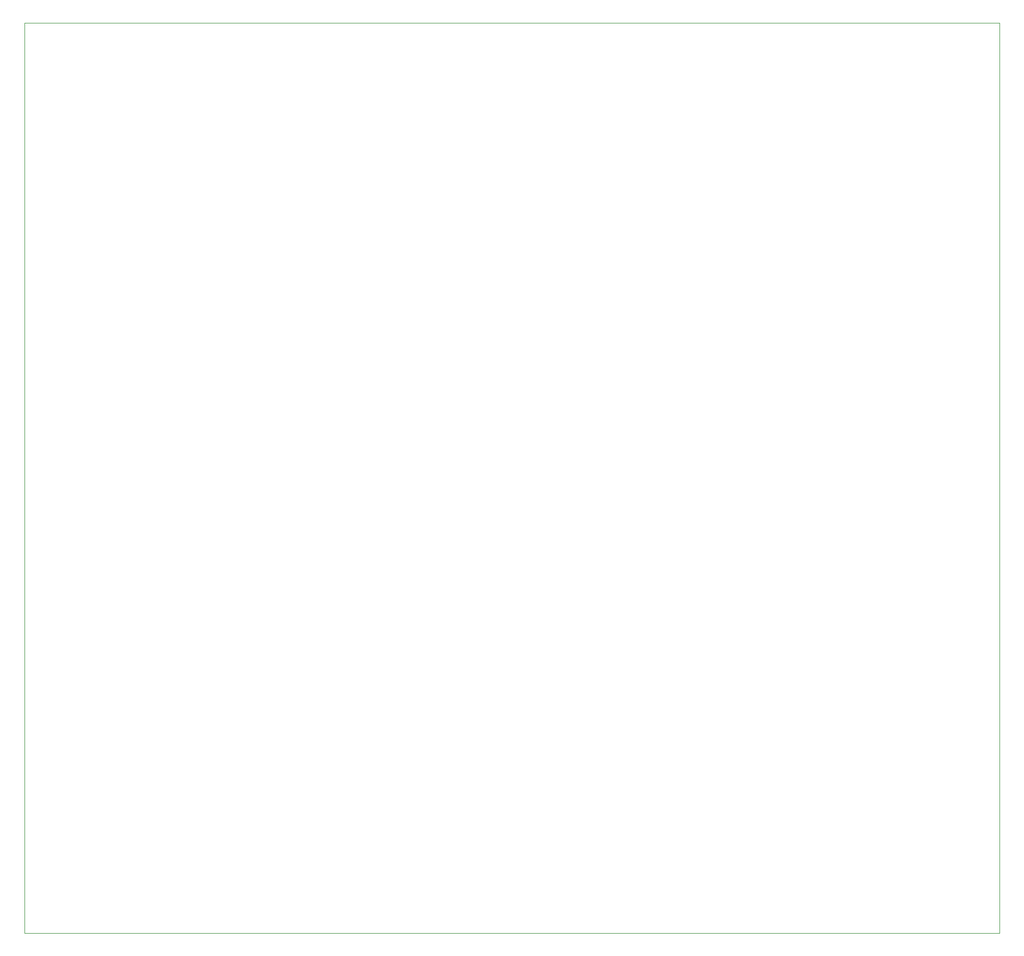
<source format=gbr>
G04 #@! TF.GenerationSoftware,KiCad,Pcbnew,5.1.3-ffb9f22~84~ubuntu18.04.1*
G04 #@! TF.CreationDate,2019-08-01T16:23:33-04:00*
G04 #@! TF.ProjectId,firstPCB,66697273-7450-4434-922e-6b696361645f,rev?*
G04 #@! TF.SameCoordinates,Original*
G04 #@! TF.FileFunction,Profile,NP*
%FSLAX46Y46*%
G04 Gerber Fmt 4.6, Leading zero omitted, Abs format (unit mm)*
G04 Created by KiCad (PCBNEW 5.1.3-ffb9f22~84~ubuntu18.04.1) date 2019-08-01 16:23:33*
%MOMM*%
%LPD*%
G04 APERTURE LIST*
%ADD10C,0.050000*%
G04 APERTURE END LIST*
D10*
X85090000Y-71120000D02*
X85090000Y-215900000D01*
X240030000Y-215900000D02*
X85090000Y-215900000D01*
X240030000Y-71120000D02*
X240030000Y-215900000D01*
X85090000Y-71120000D02*
X240030000Y-71120000D01*
M02*

</source>
